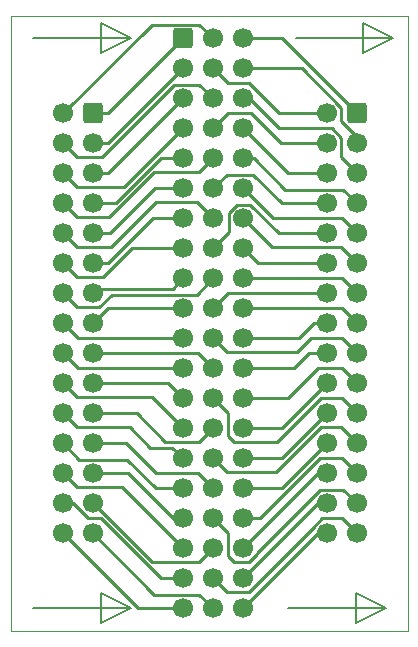
<source format=gbl>
%TF.GenerationSoftware,KiCad,Pcbnew,(6.0.2)*%
%TF.CreationDate,2022-02-24T19:23:39-05:00*%
%TF.ProjectId,paladin_adaptor_2022,70616c61-6469-46e5-9f61-646170746f72,rev?*%
%TF.SameCoordinates,Original*%
%TF.FileFunction,Copper,L2,Bot*%
%TF.FilePolarity,Positive*%
%FSLAX46Y46*%
G04 Gerber Fmt 4.6, Leading zero omitted, Abs format (unit mm)*
G04 Created by KiCad (PCBNEW (6.0.2)) date 2022-02-24 19:23:39*
%MOMM*%
%LPD*%
G01*
G04 APERTURE LIST*
G04 Aperture macros list*
%AMRoundRect*
0 Rectangle with rounded corners*
0 $1 Rounding radius*
0 $2 $3 $4 $5 $6 $7 $8 $9 X,Y pos of 4 corners*
0 Add a 4 corners polygon primitive as box body*
4,1,4,$2,$3,$4,$5,$6,$7,$8,$9,$2,$3,0*
0 Add four circle primitives for the rounded corners*
1,1,$1+$1,$2,$3*
1,1,$1+$1,$4,$5*
1,1,$1+$1,$6,$7*
1,1,$1+$1,$8,$9*
0 Add four rect primitives between the rounded corners*
20,1,$1+$1,$2,$3,$4,$5,0*
20,1,$1+$1,$4,$5,$6,$7,0*
20,1,$1+$1,$6,$7,$8,$9,0*
20,1,$1+$1,$8,$9,$2,$3,0*%
G04 Aperture macros list end*
%TA.AperFunction,Profile*%
%ADD10C,0.100000*%
%TD*%
%TA.AperFunction,NonConductor*%
%ADD11C,0.200000*%
%TD*%
%TA.AperFunction,ComponentPad*%
%ADD12RoundRect,0.250000X-0.600000X-0.600000X0.600000X-0.600000X0.600000X0.600000X-0.600000X0.600000X0*%
%TD*%
%TA.AperFunction,ComponentPad*%
%ADD13C,1.700000*%
%TD*%
%TA.AperFunction,ComponentPad*%
%ADD14RoundRect,0.250000X0.600000X0.600000X-0.600000X0.600000X-0.600000X-0.600000X0.600000X-0.600000X0*%
%TD*%
%TA.AperFunction,Conductor*%
%ADD15C,0.250000*%
%TD*%
G04 APERTURE END LIST*
D10*
X93345000Y-50165000D02*
X127000000Y-50165000D01*
X93345000Y-102235000D02*
X93345000Y-50165000D01*
X127000000Y-102235000D02*
X93345000Y-102235000D01*
X127000000Y-50165000D02*
X127000000Y-102235000D01*
D11*
X100965000Y-101600000D02*
X100965000Y-99060000D01*
X103505000Y-100330000D02*
X100965000Y-101600000D01*
X95250000Y-100330000D02*
X103505000Y-100330000D01*
X100965000Y-99060000D02*
X103505000Y-100330000D01*
X122555000Y-101600000D02*
X122555000Y-99060000D01*
X125095000Y-100330000D02*
X122555000Y-101600000D01*
X116840000Y-100330000D02*
X125095000Y-100330000D01*
X122555000Y-99060000D02*
X125095000Y-100330000D01*
X100965000Y-53340000D02*
X100965000Y-50800000D01*
X103505000Y-52070000D02*
X100965000Y-53340000D01*
X95250000Y-52070000D02*
X103505000Y-52070000D01*
X100965000Y-50800000D02*
X103505000Y-52070000D01*
X123190000Y-50800000D02*
X125730000Y-52070000D01*
X123190000Y-53340000D02*
X123190000Y-50800000D01*
X125730000Y-52070000D02*
X123190000Y-53340000D01*
X117475000Y-52070000D02*
X125730000Y-52070000D01*
D12*
%TO.P,U1,1*%
%TO.N,P1*%
X107950000Y-52070000D03*
D13*
%TO.P,U1,2*%
%TO.N,P2*%
X107950000Y-54610000D03*
%TO.P,U1,3*%
%TO.N,P3*%
X107950000Y-57150000D03*
%TO.P,U1,4*%
%TO.N,P4*%
X107950000Y-59690000D03*
%TO.P,U1,5*%
%TO.N,P5*%
X107950000Y-62230000D03*
%TO.P,U1,6*%
%TO.N,P6*%
X107950000Y-64770000D03*
%TO.P,U1,7*%
%TO.N,P7*%
X107950000Y-67310000D03*
%TO.P,U1,8*%
%TO.N,P8*%
X107950000Y-69850000D03*
%TO.P,U1,9*%
%TO.N,P9*%
X107950000Y-72390000D03*
%TO.P,U1,10*%
%TO.N,P10*%
X107950000Y-74930000D03*
%TO.P,U1,11*%
%TO.N,P11*%
X107950000Y-77470000D03*
%TO.P,U1,12*%
%TO.N,P12*%
X107950000Y-80010000D03*
%TO.P,U1,13*%
%TO.N,P13*%
X107950000Y-82550000D03*
%TO.P,U1,14*%
%TO.N,P14*%
X107950000Y-85090000D03*
%TO.P,U1,15*%
%TO.N,P15*%
X107950000Y-87630000D03*
%TO.P,U1,16*%
%TO.N,P16*%
X107950000Y-90170000D03*
%TO.P,U1,17*%
%TO.N,P17*%
X107950000Y-92710000D03*
%TO.P,U1,18*%
%TO.N,P18*%
X107950000Y-95250000D03*
%TO.P,U1,19*%
%TO.N,P19*%
X107950000Y-97790000D03*
%TO.P,U1,20*%
%TO.N,P20*%
X107950000Y-100330000D03*
%TO.P,U1,21*%
%TO.N,P21*%
X110490000Y-52070000D03*
%TO.P,U1,22*%
%TO.N,P22*%
X110490000Y-54610000D03*
%TO.P,U1,23*%
%TO.N,P23*%
X110490000Y-57150000D03*
%TO.P,U1,24*%
%TO.N,P24*%
X110490000Y-59690000D03*
%TO.P,U1,25*%
%TO.N,P25*%
X110490000Y-62230000D03*
%TO.P,U1,26*%
%TO.N,P26*%
X110490000Y-64770000D03*
%TO.P,U1,27*%
%TO.N,P27*%
X110490000Y-67310000D03*
%TO.P,U1,28*%
%TO.N,P28*%
X110490000Y-69850000D03*
%TO.P,U1,29*%
%TO.N,P29*%
X110490000Y-72390000D03*
%TO.P,U1,30*%
%TO.N,P30*%
X110490000Y-74930000D03*
%TO.P,U1,31*%
%TO.N,P31*%
X110490000Y-77470000D03*
%TO.P,U1,32*%
%TO.N,P32*%
X110490000Y-80010000D03*
%TO.P,U1,33*%
%TO.N,P33*%
X110490000Y-82550000D03*
%TO.P,U1,34*%
%TO.N,P34*%
X110490000Y-85090000D03*
%TO.P,U1,35*%
%TO.N,P35*%
X110490000Y-87630000D03*
%TO.P,U1,36*%
%TO.N,P36*%
X110490000Y-90170000D03*
%TO.P,U1,37*%
%TO.N,P37*%
X110490000Y-92710000D03*
%TO.P,U1,38*%
%TO.N,P38*%
X110490000Y-95250000D03*
%TO.P,U1,39*%
%TO.N,P39*%
X110490000Y-97790000D03*
%TO.P,U1,40*%
%TO.N,P40*%
X110490000Y-100330000D03*
%TO.P,U1,41*%
%TO.N,P41*%
X113030000Y-52070000D03*
%TO.P,U1,42*%
%TO.N,P42*%
X113030000Y-54610000D03*
%TO.P,U1,43*%
%TO.N,P43*%
X113030000Y-57150000D03*
%TO.P,U1,44*%
%TO.N,P44*%
X113030000Y-59690000D03*
%TO.P,U1,45*%
%TO.N,P45*%
X113030000Y-62230000D03*
%TO.P,U1,46*%
%TO.N,P46*%
X113030000Y-64770000D03*
%TO.P,U1,47*%
%TO.N,P47*%
X113030000Y-67310000D03*
%TO.P,U1,48*%
%TO.N,P48*%
X113030000Y-69850000D03*
%TO.P,U1,49*%
%TO.N,P49*%
X113030000Y-72390000D03*
%TO.P,U1,50*%
%TO.N,P50*%
X113030000Y-74930000D03*
%TO.P,U1,51*%
%TO.N,P51*%
X113030000Y-77470000D03*
%TO.P,U1,52*%
%TO.N,P52*%
X113030000Y-80010000D03*
%TO.P,U1,53*%
%TO.N,P53*%
X113030000Y-82550000D03*
%TO.P,U1,54*%
%TO.N,P54*%
X113030000Y-85090000D03*
%TO.P,U1,55*%
%TO.N,P55*%
X113030000Y-87630000D03*
%TO.P,U1,56*%
%TO.N,P56*%
X113030000Y-90170000D03*
%TO.P,U1,57*%
%TO.N,P57*%
X113030000Y-92710000D03*
%TO.P,U1,58*%
%TO.N,P58*%
X113030000Y-95250000D03*
%TO.P,U1,59*%
%TO.N,P59*%
X113030000Y-97790000D03*
%TO.P,U1,60*%
%TO.N,P60*%
X113030000Y-100330000D03*
%TD*%
D14*
%TO.P,J2,1,Pin_1*%
%TO.N,P41*%
X122672500Y-58420000D03*
D13*
%TO.P,J2,2,Pin_2*%
%TO.N,P22*%
X120132500Y-58420000D03*
%TO.P,J2,3,Pin_3*%
%TO.N,P42*%
X122672500Y-60960000D03*
%TO.P,J2,4,Pin_4*%
%TO.N,P24*%
X120132500Y-60960000D03*
%TO.P,J2,5,Pin_5*%
%TO.N,P43*%
X122672500Y-63500000D03*
%TO.P,J2,6,Pin_6*%
%TO.N,P44*%
X120132500Y-63500000D03*
%TO.P,J2,7,Pin_7*%
%TO.N,P45*%
X122672500Y-66040000D03*
%TO.P,J2,8,Pin_8*%
%TO.N,P26*%
X120132500Y-66040000D03*
%TO.P,J2,9,Pin_9*%
%TO.N,P46*%
X122672500Y-68580000D03*
%TO.P,J2,10,Pin_10*%
%TO.N,P28*%
X120132500Y-68580000D03*
%TO.P,J2,11,Pin_11*%
%TO.N,P47*%
X122672500Y-71120000D03*
%TO.P,J2,12,Pin_12*%
%TO.N,P48*%
X120132500Y-71120000D03*
%TO.P,J2,13,Pin_13*%
%TO.N,P49*%
X122672500Y-73660000D03*
%TO.P,J2,14,Pin_14*%
%TO.N,P30*%
X120132500Y-73660000D03*
%TO.P,J2,15,Pin_15*%
%TO.N,P50*%
X122672500Y-76200000D03*
%TO.P,J2,16,Pin_16*%
%TO.N,P51*%
X120132500Y-76200000D03*
%TO.P,J2,17,Pin_17*%
%TO.N,P31*%
X122672500Y-78740000D03*
%TO.P,J2,18,Pin_18*%
%TO.N,P52*%
X120132500Y-78740000D03*
%TO.P,J2,19,Pin_19*%
%TO.N,P53*%
X122672500Y-81280000D03*
%TO.P,J2,20,Pin_20*%
%TO.N,P54*%
X120132500Y-81280000D03*
%TO.P,J2,21,Pin_21*%
%TO.N,P33*%
X122672500Y-83820000D03*
%TO.P,J2,22,Pin_22*%
%TO.N,P55*%
X120132500Y-83820000D03*
%TO.P,J2,23,Pin_23*%
%TO.N,P35*%
X122672500Y-86360000D03*
%TO.P,J2,24,Pin_24*%
%TO.N,P56*%
X120132500Y-86360000D03*
%TO.P,J2,25,Pin_25*%
%TO.N,P57*%
X122672500Y-88900000D03*
%TO.P,J2,26,Pin_26*%
%TO.N,P58*%
X120132500Y-88900000D03*
%TO.P,J2,27,Pin_27*%
%TO.N,P37*%
X122672500Y-91440000D03*
%TO.P,J2,28,Pin_28*%
%TO.N,P59*%
X120132500Y-91440000D03*
%TO.P,J2,29,Pin_29*%
%TO.N,P39*%
X122672500Y-93980000D03*
%TO.P,J2,30,Pin_30*%
%TO.N,P60*%
X120132500Y-93980000D03*
%TD*%
D14*
%TO.P,J1,1,Pin_1*%
%TO.N,P1*%
X100330000Y-58420000D03*
D13*
%TO.P,J1,2,Pin_2*%
%TO.N,P21*%
X97790000Y-58420000D03*
%TO.P,J1,3,Pin_3*%
%TO.N,P2*%
X100330000Y-60960000D03*
%TO.P,J1,4,Pin_4*%
%TO.N,P23*%
X97790000Y-60960000D03*
%TO.P,J1,5,Pin_5*%
%TO.N,P3*%
X100330000Y-63500000D03*
%TO.P,J1,6,Pin_6*%
%TO.N,P4*%
X97790000Y-63500000D03*
%TO.P,J1,7,Pin_7*%
%TO.N,P5*%
X100330000Y-66040000D03*
%TO.P,J1,8,Pin_8*%
%TO.N,P25*%
X97790000Y-66040000D03*
%TO.P,J1,9,Pin_9*%
%TO.N,P6*%
X100330000Y-68580000D03*
%TO.P,J1,10,Pin_10*%
%TO.N,P27*%
X97790000Y-68580000D03*
%TO.P,J1,11,Pin_11*%
%TO.N,P7*%
X100330000Y-71120000D03*
%TO.P,J1,12,Pin_12*%
%TO.N,P8*%
X97790000Y-71120000D03*
%TO.P,J1,13,Pin_13*%
%TO.N,P9*%
X100330000Y-73660000D03*
%TO.P,J1,14,Pin_14*%
%TO.N,P29*%
X97790000Y-73660000D03*
%TO.P,J1,15,Pin_15*%
%TO.N,P10*%
X100330000Y-76200000D03*
%TO.P,J1,16,Pin_16*%
%TO.N,P11*%
X97790000Y-76200000D03*
%TO.P,J1,17,Pin_17*%
%TO.N,P32*%
X100330000Y-78740000D03*
%TO.P,J1,18,Pin_18*%
%TO.N,P12*%
X97790000Y-78740000D03*
%TO.P,J1,19,Pin_19*%
%TO.N,P13*%
X100330000Y-81280000D03*
%TO.P,J1,20,Pin_20*%
%TO.N,P14*%
X97790000Y-81280000D03*
%TO.P,J1,21,Pin_21*%
%TO.N,P34*%
X100330000Y-83820000D03*
%TO.P,J1,22,Pin_22*%
%TO.N,P15*%
X97790000Y-83820000D03*
%TO.P,J1,23,Pin_23*%
%TO.N,P36*%
X100330000Y-86360000D03*
%TO.P,J1,24,Pin_24*%
%TO.N,P16*%
X97790000Y-86360000D03*
%TO.P,J1,25,Pin_25*%
%TO.N,P17*%
X100330000Y-88900000D03*
%TO.P,J1,26,Pin_26*%
%TO.N,P18*%
X97790000Y-88900000D03*
%TO.P,J1,27,Pin_27*%
%TO.N,P38*%
X100330000Y-91440000D03*
%TO.P,J1,28,Pin_28*%
%TO.N,P19*%
X97790000Y-91440000D03*
%TO.P,J1,29,Pin_29*%
%TO.N,P40*%
X100330000Y-93980000D03*
%TO.P,J1,30,Pin_30*%
%TO.N,P20*%
X97790000Y-93980000D03*
%TD*%
D15*
%TO.N,P41*%
X122672500Y-58420000D02*
X116322500Y-52070000D01*
X116322500Y-52070000D02*
X113030000Y-52070000D01*
%TO.N,P42*%
X121307011Y-59067004D02*
X121307011Y-57933501D01*
X117983510Y-54610000D02*
X113030000Y-54610000D01*
X122672500Y-60960000D02*
X122672500Y-60432493D01*
X122672500Y-60432493D02*
X121307011Y-59067004D01*
X121307011Y-57933501D02*
X117983510Y-54610000D01*
%TO.N,P22*%
X116078000Y-58420000D02*
X113538000Y-55880000D01*
X111760000Y-55880000D02*
X110490000Y-54610000D01*
X120132500Y-58420000D02*
X116078000Y-58420000D01*
X113538000Y-55880000D02*
X111760000Y-55880000D01*
%TO.N,P43*%
X122672500Y-63500000D02*
X121307011Y-62134511D01*
X121307011Y-62134511D02*
X121307011Y-60473501D01*
X121307011Y-60473501D02*
X120523510Y-59690000D01*
X120523510Y-59690000D02*
X116078000Y-59690000D01*
X113538000Y-57150000D02*
X113030000Y-57150000D01*
X116078000Y-59690000D02*
X113538000Y-57150000D01*
%TO.N,P24*%
X110490000Y-59690000D02*
X111760000Y-58420000D01*
X111760000Y-58420000D02*
X113665000Y-58420000D01*
X113665000Y-58420000D02*
X116205000Y-60960000D01*
X116205000Y-60960000D02*
X120132500Y-60960000D01*
%TO.N,P44*%
X113030000Y-59690000D02*
X116840000Y-63500000D01*
X116840000Y-63500000D02*
X120132500Y-63500000D01*
%TO.N,P45*%
X122672500Y-66040000D02*
X121497989Y-64865489D01*
X121497989Y-64865489D02*
X116617511Y-64865489D01*
X116617511Y-64865489D02*
X113982022Y-62230000D01*
X113982022Y-62230000D02*
X113030000Y-62230000D01*
%TO.N,P26*%
X113887489Y-63595489D02*
X116332000Y-66040000D01*
X110490000Y-64770000D02*
X111664511Y-63595489D01*
X111664511Y-63595489D02*
X113887489Y-63595489D01*
X116332000Y-66040000D02*
X120132500Y-66040000D01*
%TO.N,P46*%
X122672500Y-68580000D02*
X121402500Y-67310000D01*
X121402500Y-67310000D02*
X115570000Y-67310000D01*
X115570000Y-67310000D02*
X113030000Y-64770000D01*
%TO.N,P28*%
X110490000Y-69850000D02*
X111855489Y-68484511D01*
X111855489Y-68484511D02*
X111855489Y-66823501D01*
X111855489Y-66823501D02*
X112543501Y-66135489D01*
X112543501Y-66135489D02*
X113633489Y-66135489D01*
X113633489Y-66135489D02*
X116078000Y-68580000D01*
X116078000Y-68580000D02*
X120132500Y-68580000D01*
%TO.N,P47*%
X122672500Y-71120000D02*
X121307011Y-69754511D01*
X121307011Y-69754511D02*
X115474511Y-69754511D01*
X115474511Y-69754511D02*
X113030000Y-67310000D01*
%TO.N,P48*%
X120132500Y-71120000D02*
X114300000Y-71120000D01*
X114300000Y-71120000D02*
X113030000Y-69850000D01*
%TO.N,P49*%
X113030000Y-72390000D02*
X121402500Y-72390000D01*
X121402500Y-72390000D02*
X122672500Y-73660000D01*
%TO.N,P30*%
X110490000Y-74930000D02*
X111760000Y-73660000D01*
X111760000Y-73660000D02*
X120132500Y-73660000D01*
%TO.N,P50*%
X122672500Y-76200000D02*
X121402500Y-74930000D01*
X121402500Y-74930000D02*
X113030000Y-74930000D01*
%TO.N,P51*%
X113030000Y-77470000D02*
X117729000Y-77470000D01*
X117729000Y-77470000D02*
X118999000Y-76200000D01*
X118999000Y-76200000D02*
X120132500Y-76200000D01*
%TO.N,P31*%
X110490000Y-77470000D02*
X111664511Y-78644511D01*
X111664511Y-78644511D02*
X117570489Y-78644511D01*
X117570489Y-78644511D02*
X118745000Y-77470000D01*
X118745000Y-77470000D02*
X121402500Y-77470000D01*
X121402500Y-77470000D02*
X122672500Y-78740000D01*
%TO.N,P52*%
X120132500Y-78740000D02*
X118618000Y-78740000D01*
X118618000Y-78740000D02*
X117348000Y-80010000D01*
X117348000Y-80010000D02*
X113030000Y-80010000D01*
%TO.N,P53*%
X113030000Y-82550000D02*
X116840000Y-82550000D01*
X116840000Y-82550000D02*
X119380000Y-80010000D01*
X119380000Y-80010000D02*
X121402500Y-80010000D01*
X121402500Y-80010000D02*
X122672500Y-81280000D01*
%TO.N,P54*%
X113030000Y-85090000D02*
X116322500Y-85090000D01*
X116322500Y-85090000D02*
X120132500Y-81280000D01*
%TO.N,P33*%
X110490000Y-82550000D02*
X111760000Y-83820000D01*
X111760000Y-83820000D02*
X111760000Y-85725000D01*
X111760000Y-85725000D02*
X112299511Y-86264511D01*
X112299511Y-86264511D02*
X115919489Y-86264511D01*
X115919489Y-86264511D02*
X119634000Y-82550000D01*
X119634000Y-82550000D02*
X121402500Y-82550000D01*
X121402500Y-82550000D02*
X122672500Y-83820000D01*
%TO.N,P55*%
X113030000Y-87630000D02*
X116322500Y-87630000D01*
X116322500Y-87630000D02*
X120132500Y-83820000D01*
%TO.N,P35*%
X110490000Y-87630000D02*
X111664511Y-88804511D01*
X111664511Y-88804511D02*
X115792489Y-88804511D01*
X115792489Y-88804511D02*
X119602489Y-84994511D01*
X119602489Y-84994511D02*
X121307011Y-84994511D01*
X121307011Y-84994511D02*
X122672500Y-86360000D01*
%TO.N,P56*%
X113030000Y-90170000D02*
X116322500Y-90170000D01*
X116322500Y-90170000D02*
X120132500Y-86360000D01*
%TO.N,P57*%
X113030000Y-92710000D02*
X114427000Y-92710000D01*
X114427000Y-92710000D02*
X119507000Y-87630000D01*
X119507000Y-87630000D02*
X121402500Y-87630000D01*
X121402500Y-87630000D02*
X122672500Y-88900000D01*
%TO.N,P58*%
X113030000Y-95250000D02*
X119380000Y-88900000D01*
X119380000Y-88900000D02*
X120132500Y-88900000D01*
%TO.N,P37*%
X110490000Y-92710000D02*
X111760000Y-93980000D01*
X119570022Y-90265489D02*
X121497989Y-90265489D01*
X111760000Y-93980000D02*
X111760000Y-95885000D01*
X112299511Y-96424511D02*
X113516499Y-96424511D01*
X111760000Y-95885000D02*
X112299511Y-96424511D01*
X113516499Y-96424511D02*
X114204511Y-95736499D01*
X114204511Y-95736499D02*
X114204511Y-95631000D01*
X114204511Y-95631000D02*
X119570022Y-90265489D01*
X121497989Y-90265489D02*
X122672500Y-91440000D01*
%TO.N,P59*%
X113030000Y-97790000D02*
X119380000Y-91440000D01*
X119380000Y-91440000D02*
X120132500Y-91440000D01*
%TO.N,P60*%
X113030000Y-100330000D02*
X119380000Y-93980000D01*
X119380000Y-93980000D02*
X120132500Y-93980000D01*
%TO.N,P39*%
X110490000Y-97790000D02*
X111664511Y-98964511D01*
X111664511Y-98964511D02*
X113516499Y-98964511D01*
X113516499Y-98964511D02*
X118957989Y-93523021D01*
X118957989Y-93523021D02*
X118957989Y-93493501D01*
X118957989Y-93493501D02*
X119741490Y-92710000D01*
X119741490Y-92710000D02*
X121402500Y-92710000D01*
X121402500Y-92710000D02*
X122672500Y-93980000D01*
%TO.N,P40*%
X100330000Y-93980000D02*
X105505489Y-99155489D01*
X105505489Y-99155489D02*
X109315489Y-99155489D01*
X109315489Y-99155489D02*
X110490000Y-100330000D01*
%TO.N,P20*%
X107950000Y-100330000D02*
X104140000Y-100330000D01*
X104140000Y-100330000D02*
X97790000Y-93980000D01*
%TO.N,P19*%
X97790000Y-91440000D02*
X98668990Y-91440000D01*
X99938990Y-92710000D02*
X100964282Y-92710000D01*
X98668990Y-91440000D02*
X99938990Y-92710000D01*
X100964282Y-92710000D02*
X106044282Y-97790000D01*
X106044282Y-97790000D02*
X107950000Y-97790000D01*
%TO.N,P38*%
X100330000Y-91440000D02*
X105314511Y-96424511D01*
X105314511Y-96424511D02*
X109315489Y-96424511D01*
X109315489Y-96424511D02*
X110490000Y-95250000D01*
%TO.N,P18*%
X97790000Y-88900000D02*
X98964511Y-90074511D01*
X98964511Y-90074511D02*
X102774511Y-90074511D01*
X102774511Y-90074511D02*
X107950000Y-95250000D01*
%TO.N,P17*%
X100330000Y-88900000D02*
X103251000Y-88900000D01*
X103251000Y-88900000D02*
X107061000Y-92710000D01*
X107061000Y-92710000D02*
X107950000Y-92710000D01*
%TO.N,P16*%
X107950000Y-90170000D02*
X105664000Y-90170000D01*
X105664000Y-90170000D02*
X103219489Y-87725489D01*
X103219489Y-87725489D02*
X99155489Y-87725489D01*
X99155489Y-87725489D02*
X97790000Y-86360000D01*
%TO.N,P36*%
X100330000Y-86360000D02*
X103124000Y-86360000D01*
X103124000Y-86360000D02*
X105664000Y-88900000D01*
X105664000Y-88900000D02*
X109220000Y-88900000D01*
X109220000Y-88900000D02*
X110490000Y-90170000D01*
%TO.N,P15*%
X107034031Y-86714031D02*
X105182969Y-86714031D01*
X105182969Y-86714031D02*
X103463449Y-84994511D01*
X107950000Y-87630000D02*
X107034031Y-86714031D01*
X98964511Y-84994511D02*
X97790000Y-83820000D01*
X103463449Y-84994511D02*
X98964511Y-84994511D01*
%TO.N,P34*%
X100330000Y-83820000D02*
X104013000Y-83820000D01*
X104013000Y-83820000D02*
X106457511Y-86264511D01*
X106457511Y-86264511D02*
X109315489Y-86264511D01*
X109315489Y-86264511D02*
X110490000Y-85090000D01*
%TO.N,P14*%
X107950000Y-85090000D02*
X105314511Y-82454511D01*
X105314511Y-82454511D02*
X98964511Y-82454511D01*
X98964511Y-82454511D02*
X97790000Y-81280000D01*
%TO.N,P13*%
X100330000Y-81280000D02*
X106680000Y-81280000D01*
X106680000Y-81280000D02*
X107950000Y-82550000D01*
%TO.N,P32*%
X110490000Y-80010000D02*
X109220000Y-78740000D01*
X109220000Y-78740000D02*
X100330000Y-78740000D01*
%TO.N,P12*%
X107950000Y-80010000D02*
X99060000Y-80010000D01*
X99060000Y-80010000D02*
X97790000Y-78740000D01*
%TO.N,P11*%
X107950000Y-77470000D02*
X99060000Y-77470000D01*
X99060000Y-77470000D02*
X97790000Y-76200000D01*
%TO.N,P10*%
X107950000Y-74930000D02*
X101600000Y-74930000D01*
X101600000Y-74930000D02*
X100330000Y-76200000D01*
%TO.N,P9*%
X107950000Y-72390000D02*
X107100000Y-73240000D01*
X107100000Y-73240000D02*
X100750000Y-73240000D01*
X100750000Y-73240000D02*
X100330000Y-73660000D01*
%TO.N,P29*%
X110490000Y-72390000D02*
X109124511Y-73755489D01*
X109124511Y-73755489D02*
X101895521Y-73755489D01*
X101895521Y-73755489D02*
X100816499Y-74834511D01*
X100816499Y-74834511D02*
X98964511Y-74834511D01*
X98964511Y-74834511D02*
X97790000Y-73660000D01*
%TO.N,P8*%
X107950000Y-69850000D02*
X103632000Y-69850000D01*
X103632000Y-69850000D02*
X101187489Y-72294511D01*
X101187489Y-72294511D02*
X98964511Y-72294511D01*
X98964511Y-72294511D02*
X97790000Y-71120000D01*
%TO.N,P7*%
X107950000Y-67310000D02*
X105410000Y-67310000D01*
X105410000Y-67310000D02*
X101600000Y-71120000D01*
X101600000Y-71120000D02*
X100330000Y-71120000D01*
%TO.N,P27*%
X97790000Y-68580000D02*
X98964511Y-69754511D01*
X98964511Y-69754511D02*
X101822489Y-69754511D01*
X101822489Y-69754511D02*
X105632489Y-65944511D01*
X105632489Y-65944511D02*
X109124511Y-65944511D01*
X109124511Y-65944511D02*
X110490000Y-67310000D01*
%TO.N,P6*%
X107950000Y-64770000D02*
X105537000Y-64770000D01*
X105537000Y-64770000D02*
X101727000Y-68580000D01*
X101727000Y-68580000D02*
X100330000Y-68580000D01*
%TO.N,P25*%
X110490000Y-62230000D02*
X109315489Y-63404511D01*
X109315489Y-63404511D02*
X105506924Y-63404511D01*
X105506924Y-63404511D02*
X101696924Y-67214511D01*
X101696924Y-67214511D02*
X98964511Y-67214511D01*
X98964511Y-67214511D02*
X97790000Y-66040000D01*
%TO.N,P5*%
X107950000Y-62230000D02*
X106045718Y-62230000D01*
X106045718Y-62230000D02*
X102235717Y-66040000D01*
X102235717Y-66040000D02*
X100330000Y-66040000D01*
%TO.N,P4*%
X107950000Y-59690000D02*
X102965489Y-64674511D01*
X102965489Y-64674511D02*
X98964511Y-64674511D01*
X98964511Y-64674511D02*
X97790000Y-63500000D01*
%TO.N,P3*%
X107950000Y-57150000D02*
X101600000Y-63500000D01*
X101600000Y-63500000D02*
X100330000Y-63500000D01*
%TO.N,P23*%
X110490000Y-57150000D02*
X109315489Y-55975489D01*
X107220229Y-55975489D02*
X101061207Y-62134511D01*
X109315489Y-55975489D02*
X107220229Y-55975489D01*
X101061207Y-62134511D02*
X98964511Y-62134511D01*
X98964511Y-62134511D02*
X97790000Y-60960000D01*
%TO.N,P2*%
X107950000Y-54610000D02*
X101600000Y-60960000D01*
X101600000Y-60960000D02*
X100330000Y-60960000D01*
%TO.N,P21*%
X97790000Y-58420000D02*
X105314520Y-50895480D01*
X105314520Y-50895480D02*
X109315480Y-50895480D01*
X109315480Y-50895480D02*
X110490000Y-52070000D01*
%TO.N,P1*%
X107950000Y-52070000D02*
X101600000Y-58420000D01*
X101600000Y-58420000D02*
X100330000Y-58420000D01*
%TD*%
M02*

</source>
